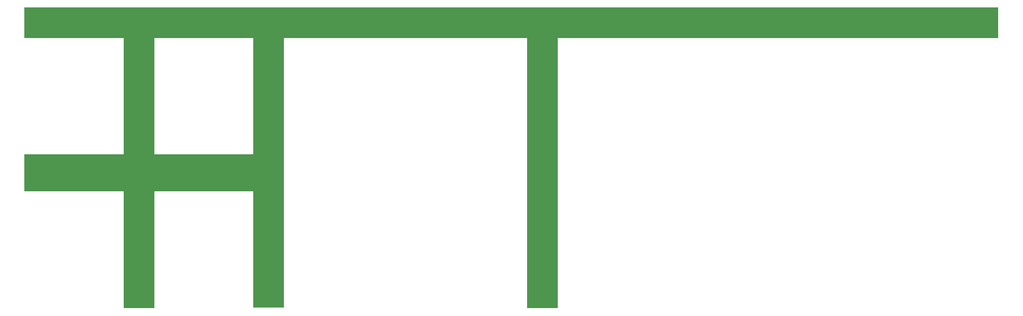
<source format=gko>
G04*
G04 #@! TF.GenerationSoftware,Altium Limited,Altium Designer,20.0.14 (345)*
G04*
G04 Layer_Color=16711935*
%FSLAX25Y25*%
%MOIN*%
G70*
G01*
G75*
%ADD109R,0.19685X1.71000*%
%ADD110R,6.14234X0.19685*%
%ADD111R,0.19685X1.70500*%
%ADD112R,1.44500X0.23500*%
D109*
X154576Y85312D02*
D03*
X327076Y84812D02*
D03*
D110*
X307617Y179470D02*
D03*
D111*
X72843Y84750D02*
D03*
D112*
X72750D02*
D03*
M02*

</source>
